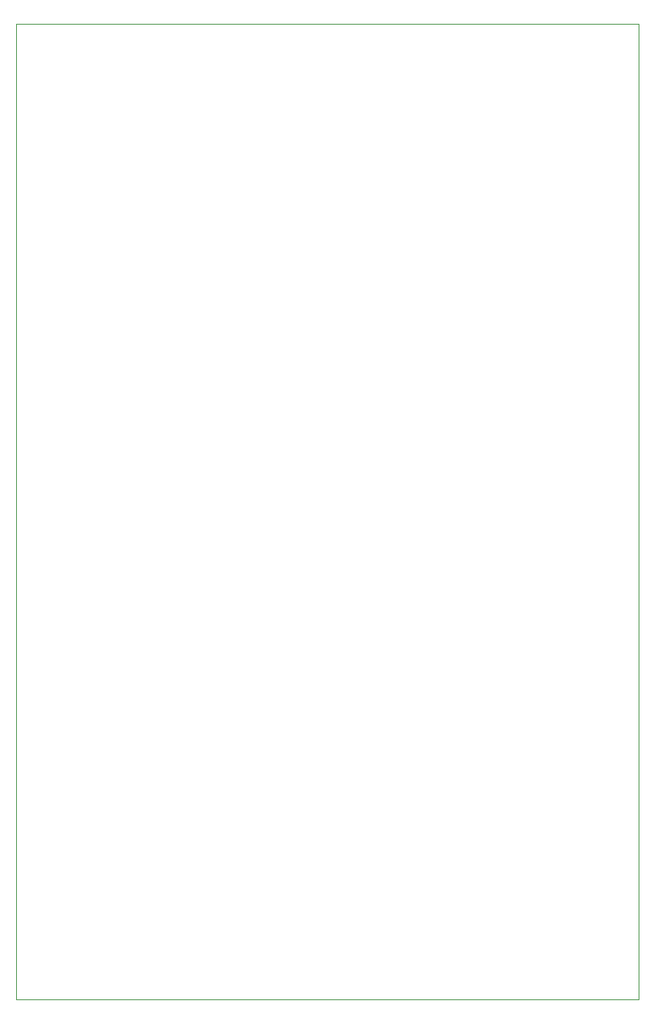
<source format=gbr>
G04 #@! TF.GenerationSoftware,KiCad,Pcbnew,(5.1.9)-1*
G04 #@! TF.CreationDate,2021-04-09T10:44:14+02:00*
G04 #@! TF.ProjectId,Baby 8,42616279-2038-42e6-9b69-6361645f7063,rev?*
G04 #@! TF.SameCoordinates,Original*
G04 #@! TF.FileFunction,Profile,NP*
%FSLAX46Y46*%
G04 Gerber Fmt 4.6, Leading zero omitted, Abs format (unit mm)*
G04 Created by KiCad (PCBNEW (5.1.9)-1) date 2021-04-09 10:44:14*
%MOMM*%
%LPD*%
G01*
G04 APERTURE LIST*
G04 #@! TA.AperFunction,Profile*
%ADD10C,0.050000*%
G04 #@! TD*
G04 APERTURE END LIST*
D10*
X68580000Y0D02*
X68580000Y-107315000D01*
X0Y0D02*
X68580000Y0D01*
X0Y-107315000D02*
X0Y0D01*
X68580000Y-107315000D02*
X0Y-107315000D01*
M02*

</source>
